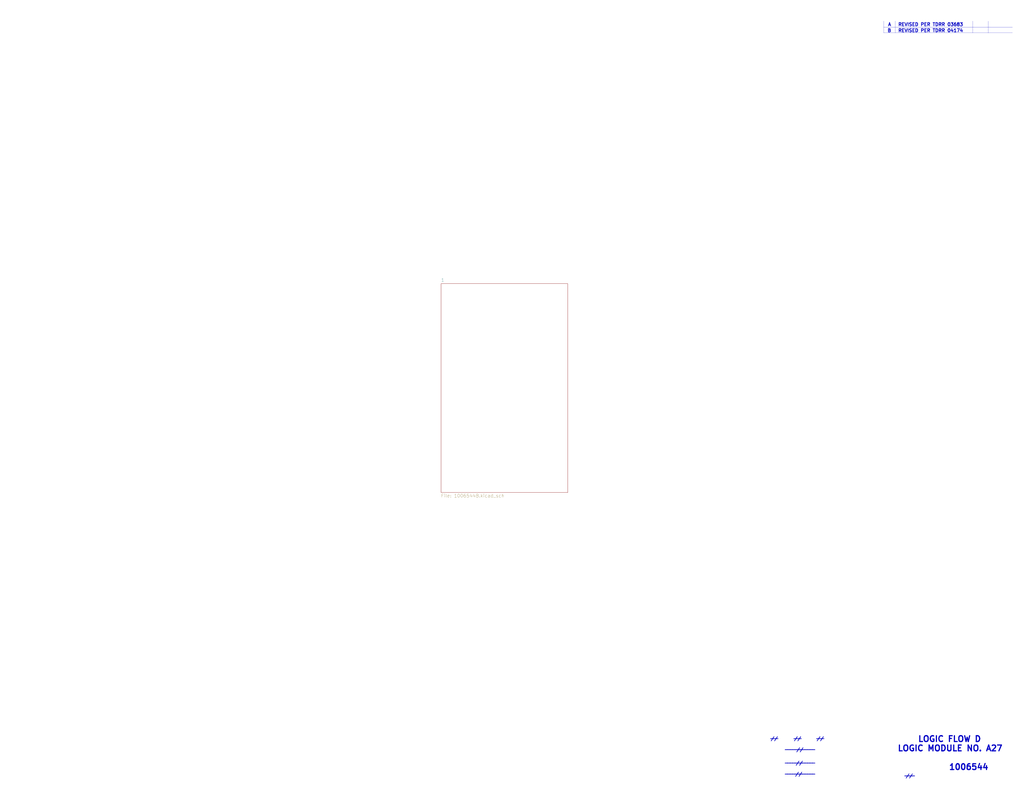
<source format=kicad_sch>
(kicad_sch (version 20211123) (generator eeschema)
  (paper "E")
  (lib_symbols)
  (polyline (pts (xy 1078.738 23.114) (xy 1078.738 36.068)) (stroke (width 0) (type solid)))
  (polyline (pts (xy 964.438 29.591) (xy 1105.027 29.591)) (stroke (width 0) (type solid)))
  (polyline (pts (xy 977.138 22.987) (xy 977.138 35.941)) (stroke (width 0) (type solid)))
  (polyline (pts (xy 964.438 22.987) (xy 964.438 35.941)) (stroke (width 0) (type solid)))
  (polyline (pts (xy 964.438 35.941) (xy 1105.027 35.941)) (stroke (width 0) (type solid)))
  (polyline (pts (xy 1061.847 22.987) (xy 1061.847 35.941)) (stroke (width 0) (type solid)))
  (text "B   REVISED PER TDRR 04174" (at 968.375 35.56 0) (effects (font (size 3.556 3.556) (thickness 0.7112) bold) (justify left bottom)))
  (text "//" (at 868.807 821.055 0) (effects (font (size 3.556 3.556) (thickness 0.7112) bold) (justify left bottom)))
  (text "//" (at 988.187 849.63 0) (effects (font (size 3.556 3.556) (thickness 0.7112) bold) (justify left bottom)))
  (text "___" (at 865.9368 807.0596 0) (effects (font (size 3.556 3.556) (thickness 0.7112) bold) (justify left bottom)))
  (text "___" (at 890.7018 807.0596 0) (effects (font (size 3.556 3.556) (thickness 0.7112) bold) (justify left bottom)))
  (text "LOGIC FLOW D" (at 1001.522 810.895 0) (effects (font (size 6.35 6.35) (thickness 1.27) bold) (justify left bottom)))
  (text "____________" (at 856.4118 819.1246 0) (effects (font (size 3.556 3.556) (thickness 0.7112) bold) (justify left bottom)))
  (text "___" (at 840.5368 807.0596 0) (effects (font (size 3.556 3.556) (thickness 0.7112) bold) (justify left bottom)))
  (text "//" (at 840.867 808.99 0) (effects (font (size 3.556 3.556) (thickness 0.7112) bold) (justify left bottom)))
  (text "____________" (at 856.4118 833.7296 0) (effects (font (size 3.556 3.556) (thickness 0.7112) bold) (justify left bottom)))
  (text "A   REVISED PER TDRR 03683" (at 968.883 28.956 0) (effects (font (size 3.556 3.556) (thickness 0.7112) bold) (justify left bottom)))
  (text "//" (at 891.032 808.99 0) (effects (font (size 3.556 3.556) (thickness 0.7112) bold) (justify left bottom)))
  (text "//" (at 866.267 808.99 0) (effects (font (size 3.556 3.556) (thickness 0.7112) bold) (justify left bottom)))
  (text "____________" (at 856.4118 845.7946 0) (effects (font (size 3.556 3.556) (thickness 0.7112) bold) (justify left bottom)))
  (text "LOGIC MODULE NO. A27" (at 979.297 821.055 0) (effects (font (size 6.35 6.35) (thickness 1.27) bold) (justify left bottom)))
  (text "____" (at 986.917 847.725 0) (effects (font (size 3.556 3.556) (thickness 0.7112) bold) (justify left bottom)))
  (text "//" (at 868.172 835.66 0) (effects (font (size 3.556 3.556) (thickness 0.7112) bold) (justify left bottom)))
  (text "1006544" (at 1035.304 841.502 0) (effects (font (size 6.35 6.35) (thickness 1.27) bold) (justify left bottom)))
  (text "//" (at 867.537 847.725 0) (effects (font (size 3.556 3.556) (thickness 0.7112) bold) (justify left bottom)))
  (sheet (at 481.33 309.88) (size 138.43 227.965)
    (property "Sheet name" "1" (at 481.33 308.0254 0) (effects (font (size 3.556 3.556)) (justify left bottom)))
    (property "Sheet file" "1006544B.kicad_sch" (at 481.33 539.344 0) (effects (font (size 3.556 3.556)) (justify left top)))
  )
)
</source>
